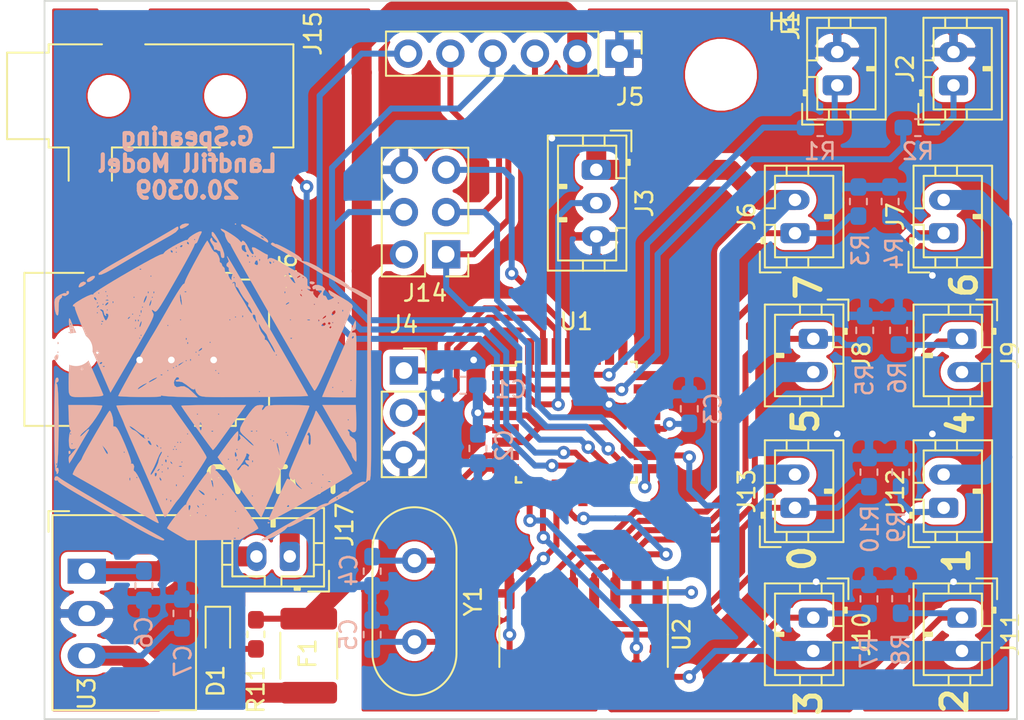
<source format=kicad_pcb>
(kicad_pcb (version 20171130) (host pcbnew 5.1.5-52549c5~84~ubuntu18.04.1)
  (layers (0 F.Cu signal) (31 B.Cu signal) (34 B.Paste user) (35 F.Paste user) (36 B.SilkS user) (37 F.SilkS user) (38 B.Mask user) (39 F.Mask user) (44 Edge.Cuts user))
  (net 0 "")
  (net 1 +5V)
  (net 2 "Net-(C3-Pad1)")
  (net 3 "Net-(C4-Pad2)")
  (net 4 "Net-(C5-Pad2)")
  (net 5 +12V)
  (net 6 "Net-(C7-Pad1)")
  (net 7 "Net-(D1-Pad2)")
  (net 8 "Net-(J1-Pad1)")
  (net 9 "Net-(J2-Pad1)")
  (net 10 /RX-)
  (net 11 /RX+)
  (net 12 /CS)
  (net 13 /SCK)
  (net 14 /MOSI)
  (net 15 /MISO)
  (net 16 "Net-(J6-Pad1)")
  (net 17 "Net-(J7-Pad1)")
  (net 18 "Net-(J8-Pad1)")
  (net 19 "Net-(J9-Pad1)")
  (net 20 "Net-(J10-Pad1)")
  (net 21 "Net-(J11-Pad1)")
  (net 22 "Net-(J12-Pad1)")
  (net 23 "Net-(J13-Pad1)")
  (net 24 /RST)
  (net 25 /Audio_Out)
  (net 26 /LED_1)
  (net 27 /LED_2)
  (net 28 /Clock_Pin)
  (net 29 /Data_Pin)
  (net 30 /Enable_Pin)
  (net 31 /Load_Pin)
  (net 32 /LED_STRIP)
  (net 33 GND)
  (net 34 "Net-(J16-Pad1)")
  (module Arcana:arcana_logo (layer B.Cu) (at 109.22 58.42 180)
    (fp_text reference G*** hide)
    (fp_text value LOGO hide)
  )
  (module Connector_PinSocket_2.54mm:PinSocket_1x03_P2.54mm_Vertical (layer F.Cu) (at 120.65 57.785)
    (fp_text reference J4 (at 0 -2.77) (layer F.SilkS))
    (fp_text value Conn_01x03)
    (pad 3 thru_hole oval (at 0 5.08) (size 1.7 1.7) (drill 1) (layers *.Cu *.Mask) (net 33 GND))
    (pad 2 thru_hole oval (at 0 2.54) (size 1.7 1.7) (drill 1) (layers *.Cu *.Mask) (net 11 /RX+))
    (pad 1 thru_hole rect (at 0 0) (size 1.7 1.7) (drill 1) (layers *.Cu *.Mask) (net 10 /RX-))
  )
  (module Connector_JST:JST_PH_B2B-PH-K_1x02_P2.00mm_Vertical (layer F.Cu) (at 113.792 68.961 180)
    (fp_text reference J17 (at -3.302 1.905 90) (layer F.SilkS))
    (fp_text value Conn_01x02)
    (pad 2 thru_hole oval (at 2 0 180) (size 1.2 1.75) (drill 0.75) (layers *.Cu *.Mask) (net 5 +12V))
    (pad 1 thru_hole roundrect (at 0 0 180) (size 1.2 1.75) (drill 0.75) (layers *.Cu *.Mask) (roundrect_rratio 0.208333) (net 34 "Net-(J16-Pad1)"))
  )
  (module Converter_DCDC:Converter_DCDC_RECOM_R-78E-0.5_THT (layer F.Cu) (at 101.6 69.85 270)
    (fp_text reference U3 (at 7.366 0 90) (layer F.SilkS))
    (fp_text value R-78E5.0-1.0)
    (pad 3 thru_hole oval (at 5.08 0 270) (size 1.5 2.3) (drill 1) (layers *.Cu *.Mask) (net 6 "Net-(C7-Pad1)"))
    (pad 2 thru_hole oval (at 2.54 0 270) (size 1.5 2.3) (drill 1) (layers *.Cu *.Mask) (net 33 GND))
    (pad 1 thru_hole rect (at 0 0 270) (size 1.5 2.3) (drill 1) (layers *.Cu *.Mask) (net 5 +12V))
  )
  (module Package_QFP:TQFP-32_7x7mm_P0.8mm (layer F.Cu) (at 131.005 60.89)
    (fp_text reference U1 (at 0 -6.05) (layer F.SilkS))
    (fp_text value ATmega328P-AU)
    (pad 32 smd rect (at -2.8 -4.25 90) (size 1.6 0.55) (layers F.Cu F.Paste F.Mask) (net 26 /LED_1))
    (pad 31 smd rect (at -2 -4.25 90) (size 1.6 0.55) (layers F.Cu F.Paste F.Mask) (net 11 /RX+))
    (pad 30 smd rect (at -1.2 -4.25 90) (size 1.6 0.55) (layers F.Cu F.Paste F.Mask) (net 10 /RX-))
    (pad 29 smd rect (at -0.4 -4.25 90) (size 1.6 0.55) (layers F.Cu F.Paste F.Mask) (net 24 /RST))
    (pad 28 smd rect (at 0.4 -4.25 90) (size 1.6 0.55) (layers F.Cu F.Paste F.Mask))
    (pad 27 smd rect (at 1.2 -4.25 90) (size 1.6 0.55) (layers F.Cu F.Paste F.Mask))
    (pad 26 smd rect (at 2 -4.25 90) (size 1.6 0.55) (layers F.Cu F.Paste F.Mask))
    (pad 25 smd rect (at 2.8 -4.25 90) (size 1.6 0.55) (layers F.Cu F.Paste F.Mask))
    (pad 24 smd rect (at 4.25 -2.8) (size 1.6 0.55) (layers F.Cu F.Paste F.Mask))
    (pad 23 smd rect (at 4.25 -2) (size 1.6 0.55) (layers F.Cu F.Paste F.Mask))
    (pad 22 smd rect (at 4.25 -1.2) (size 1.6 0.55) (layers F.Cu F.Paste F.Mask))
    (pad 21 smd rect (at 4.25 -0.4) (size 1.6 0.55) (layers F.Cu F.Paste F.Mask) (net 33 GND))
    (pad 20 smd rect (at 4.25 0.4) (size 1.6 0.55) (layers F.Cu F.Paste F.Mask) (net 2 "Net-(C3-Pad1)"))
    (pad 19 smd rect (at 4.25 1.2) (size 1.6 0.55) (layers F.Cu F.Paste F.Mask))
    (pad 18 smd rect (at 4.25 2) (size 1.6 0.55) (layers F.Cu F.Paste F.Mask) (net 1 +5V))
    (pad 17 smd rect (at 4.25 2.8) (size 1.6 0.55) (layers F.Cu F.Paste F.Mask) (net 13 /SCK))
    (pad 16 smd rect (at 2.8 4.25 90) (size 1.6 0.55) (layers F.Cu F.Paste F.Mask) (net 15 /MISO))
    (pad 15 smd rect (at 2 4.25 90) (size 1.6 0.55) (layers F.Cu F.Paste F.Mask) (net 14 /MOSI))
    (pad 14 smd rect (at 1.2 4.25 90) (size 1.6 0.55) (layers F.Cu F.Paste F.Mask) (net 12 /CS))
    (pad 13 smd rect (at 0.4 4.25 90) (size 1.6 0.55) (layers F.Cu F.Paste F.Mask) (net 25 /Audio_Out))
    (pad 12 smd rect (at -0.4 4.25 90) (size 1.6 0.55) (layers F.Cu F.Paste F.Mask) (net 28 /Clock_Pin))
    (pad 11 smd rect (at -1.2 4.25 90) (size 1.6 0.55) (layers F.Cu F.Paste F.Mask) (net 29 /Data_Pin))
    (pad 10 smd rect (at -2 4.25 90) (size 1.6 0.55) (layers F.Cu F.Paste F.Mask) (net 30 /Enable_Pin))
    (pad 9 smd rect (at -2.8 4.25 90) (size 1.6 0.55) (layers F.Cu F.Paste F.Mask) (net 31 /Load_Pin))
    (pad 8 smd rect (at -4.25 2.8) (size 1.6 0.55) (layers F.Cu F.Paste F.Mask) (net 4 "Net-(C5-Pad2)"))
    (pad 7 smd rect (at -4.25 2) (size 1.6 0.55) (layers F.Cu F.Paste F.Mask) (net 3 "Net-(C4-Pad2)"))
    (pad 6 smd rect (at -4.25 1.2) (size 1.6 0.55) (layers F.Cu F.Paste F.Mask) (net 1 +5V))
    (pad 5 smd rect (at -4.25 0.4) (size 1.6 0.55) (layers F.Cu F.Paste F.Mask) (net 33 GND))
    (pad 4 smd rect (at -4.25 -0.4) (size 1.6 0.55) (layers F.Cu F.Paste F.Mask) (net 1 +5V))
    (pad 3 smd rect (at -4.25 -1.2) (size 1.6 0.55) (layers F.Cu F.Paste F.Mask) (net 33 GND))
    (pad 2 smd rect (at -4.25 -2) (size 1.6 0.55) (layers F.Cu F.Paste F.Mask) (net 32 /LED_STRIP))
    (pad 1 smd rect (at -4.25 -2.8) (size 1.6 0.55) (layers F.Cu F.Paste F.Mask) (net 27 /LED_2))
  )
  (module Connector_JST:JST_PH_B2B-PH-K_1x02_P2.00mm_Vertical (layer F.Cu) (at 144.145 66.04 90)
    (fp_text reference J13 (at 1 -2.9 90) (layer F.SilkS))
    (fp_text value Conn_01x02)
    (pad 2 thru_hole oval (at 2 0 90) (size 1.2 1.75) (drill 0.75) (layers *.Cu *.Mask) (net 1 +5V))
    (pad 1 thru_hole roundrect (at 0 0 90) (size 1.2 1.75) (drill 0.75) (layers *.Cu *.Mask) (roundrect_rratio 0.208333) (net 23 "Net-(J13-Pad1)"))
  )
  (module Connector_JST:JST_PH_B2B-PH-K_1x02_P2.00mm_Vertical (layer F.Cu) (at 153.078 66.04 90)
    (fp_text reference J12 (at 1 -2.9 90) (layer F.SilkS))
    (fp_text value Conn_01x02)
    (pad 2 thru_hole oval (at 2 0 90) (size 1.2 1.75) (drill 0.75) (layers *.Cu *.Mask) (net 1 +5V))
    (pad 1 thru_hole roundrect (at 0 0 90) (size 1.2 1.75) (drill 0.75) (layers *.Cu *.Mask) (roundrect_rratio 0.208333) (net 22 "Net-(J12-Pad1)"))
  )
  (module Connector_JST:JST_PH_B2B-PH-K_1x02_P2.00mm_Vertical (layer F.Cu) (at 154.178 72.644 270)
    (fp_text reference J11 (at 1 -2.9 90) (layer F.SilkS))
    (fp_text value Conn_01x02)
    (pad 2 thru_hole oval (at 2 0 270) (size 1.2 1.75) (drill 0.75) (layers *.Cu *.Mask) (net 1 +5V))
    (pad 1 thru_hole roundrect (at 0 0 270) (size 1.2 1.75) (drill 0.75) (layers *.Cu *.Mask) (roundrect_rratio 0.208333) (net 21 "Net-(J11-Pad1)"))
  )
  (module Connector_JST:JST_PH_B2B-PH-K_1x02_P2.00mm_Vertical (layer F.Cu) (at 145.245 72.644 270)
    (fp_text reference J10 (at 1 -2.9 90) (layer F.SilkS))
    (fp_text value Conn_01x02)
    (pad 2 thru_hole oval (at 2 0 270) (size 1.2 1.75) (drill 0.75) (layers *.Cu *.Mask) (net 1 +5V))
    (pad 1 thru_hole roundrect (at 0 0 270) (size 1.2 1.75) (drill 0.75) (layers *.Cu *.Mask) (roundrect_rratio 0.208333) (net 20 "Net-(J10-Pad1)"))
  )
  (module Connector_JST:JST_PH_B2B-PH-K_1x02_P2.00mm_Vertical (layer F.Cu) (at 154.178 55.88 270)
    (fp_text reference J9 (at 1 -2.9 90) (layer F.SilkS))
    (fp_text value Conn_01x02)
    (pad 2 thru_hole oval (at 2 0 270) (size 1.2 1.75) (drill 0.75) (layers *.Cu *.Mask) (net 1 +5V))
    (pad 1 thru_hole roundrect (at 0 0 270) (size 1.2 1.75) (drill 0.75) (layers *.Cu *.Mask) (roundrect_rratio 0.208333) (net 19 "Net-(J9-Pad1)"))
  )
  (module Connector_JST:JST_PH_B2B-PH-K_1x02_P2.00mm_Vertical (layer F.Cu) (at 145.245 55.88 270)
    (fp_text reference J8 (at 1 -2.9 90) (layer F.SilkS))
    (fp_text value Conn_01x02)
    (pad 2 thru_hole oval (at 2 0 270) (size 1.2 1.75) (drill 0.75) (layers *.Cu *.Mask) (net 1 +5V))
    (pad 1 thru_hole roundrect (at 0 0 270) (size 1.2 1.75) (drill 0.75) (layers *.Cu *.Mask) (roundrect_rratio 0.208333) (net 18 "Net-(J8-Pad1)"))
  )
  (module Connector_JST:JST_PH_B2B-PH-K_1x02_P2.00mm_Vertical (layer F.Cu) (at 153.078 49.53 90)
    (fp_text reference J7 (at 1 -2.9 90) (layer F.SilkS))
    (fp_text value Conn_01x02)
    (pad 2 thru_hole oval (at 2 0 90) (size 1.2 1.75) (drill 0.75) (layers *.Cu *.Mask) (net 1 +5V))
    (pad 1 thru_hole roundrect (at 0 0 90) (size 1.2 1.75) (drill 0.75) (layers *.Cu *.Mask) (roundrect_rratio 0.208333) (net 17 "Net-(J7-Pad1)"))
  )
  (module Connector_JST:JST_PH_B2B-PH-K_1x02_P2.00mm_Vertical (layer F.Cu) (at 144.145 49.53 90)
    (fp_text reference J6 (at 1 -2.9 90) (layer F.SilkS))
    (fp_text value Conn_01x02)
    (pad 2 thru_hole oval (at 2 0 90) (size 1.2 1.75) (drill 0.75) (layers *.Cu *.Mask) (net 1 +5V))
    (pad 1 thru_hole roundrect (at 0 0 90) (size 1.2 1.75) (drill 0.75) (layers *.Cu *.Mask) (roundrect_rratio 0.208333) (net 16 "Net-(J6-Pad1)"))
  )
  (module Connector_JST:JST_PH_B3B-PH-K_1x03_P2.00mm_Vertical (layer F.Cu) (at 132.207 45.72 270)
    (fp_text reference J3 (at 2 -2.9 90) (layer F.SilkS))
    (fp_text value Conn_01x03)
    (pad 3 thru_hole oval (at 4 0 270) (size 1.2 1.75) (drill 0.75) (layers *.Cu *.Mask) (net 33 GND))
    (pad 2 thru_hole oval (at 2 0 270) (size 1.2 1.75) (drill 0.75) (layers *.Cu *.Mask) (net 32 /LED_STRIP))
    (pad 1 thru_hole roundrect (at 0 0 270) (size 1.2 1.75) (drill 0.75) (layers *.Cu *.Mask) (roundrect_rratio 0.208333) (net 1 +5V))
  )
  (module Connector_JST:JST_PH_B2B-PH-K_1x02_P2.00mm_Vertical (layer F.Cu) (at 153.67 40.64 90)
    (fp_text reference J2 (at 1 -2.9 90) (layer F.SilkS))
    (fp_text value Conn_01x02)
    (pad 2 thru_hole oval (at 2 0 90) (size 1.2 1.75) (drill 0.75) (layers *.Cu *.Mask) (net 33 GND))
    (pad 1 thru_hole roundrect (at 0 0 90) (size 1.2 1.75) (drill 0.75) (layers *.Cu *.Mask) (roundrect_rratio 0.208333) (net 9 "Net-(J2-Pad1)"))
  )
  (module Connector_JST:JST_PH_B2B-PH-K_1x02_P2.00mm_Vertical (layer F.Cu) (at 146.685 40.64 90)
    (fp_text reference J1 (at 3.556 -2.794 90) (layer F.SilkS))
    (fp_text value Conn_01x02)
    (pad 2 thru_hole oval (at 2 0 90) (size 1.2 1.75) (drill 0.75) (layers *.Cu *.Mask) (net 33 GND))
    (pad 1 thru_hole roundrect (at 0 0 90) (size 1.2 1.75) (drill 0.75) (layers *.Cu *.Mask) (roundrect_rratio 0.208333) (net 8 "Net-(J1-Pad1)"))
  )
  (module Connector_Audio:Jack_3.5mm_CUI_SJ-3523-SMT_Horizontal (layer F.Cu) (at 105.41 41.275 90)
    (fp_text reference J15 (at 3.7465 9.779 270) (layer F.SilkS))
    (fp_text value AudioJack2_Ground)
    (pad "" np_thru_hole circle (at 0 4.5 90) (size 1.7 1.7) (drill 1.7) (layers *.Cu *.Mask))
    (pad "" np_thru_hole circle (at 0 -2.5 90) (size 1.7 1.7) (drill 1.7) (layers *.Cu *.Mask))
    (pad T smd rect (at -3.7 5.8 90) (size 2.8 2.8) (layers F.Cu F.Paste F.Mask) (net 25 /Audio_Out))
    (pad G smd rect (at -3.7 -3.6 90) (size 2.8 2.2) (layers F.Cu F.Paste F.Mask) (net 33 GND))
    (pad S smd rect (at 3.7 -1.6 90) (size 2.8 2.2) (layers F.Cu F.Paste F.Mask) (net 25 /Audio_Out))
  )
  (module Crystal:Crystal_HC49-U_Vertical (layer F.Cu) (at 121.285 69.215 270)
    (fp_text reference Y1 (at 2.44 -3.525 90) (layer F.SilkS))
    (fp_text value Crystal)
    (pad 2 thru_hole circle (at 4.88 0 270) (size 1.5 1.5) (drill 0.8) (layers *.Cu *.Mask) (net 4 "Net-(C5-Pad2)"))
    (pad 1 thru_hole circle (at 0 0 270) (size 1.5 1.5) (drill 0.8) (layers *.Cu *.Mask) (net 3 "Net-(C4-Pad2)"))
  )
  (module Package_SO:SOIC-16_3.9x9.9mm_P1.27mm (layer F.Cu) (at 131.445 73.66 270)
    (fp_text reference U2 (at 0 -5.9 90) (layer F.SilkS))
    (fp_text value 74HC165)
    (pad 16 smd roundrect (at 2.475 -4.445 270) (size 1.95 0.6) (layers F.Cu F.Paste F.Mask) (net 1 +5V))
    (pad 15 smd roundrect (at 2.475 -3.175 270) (size 1.95 0.6) (layers F.Cu F.Paste F.Mask) (net 30 /Enable_Pin))
    (pad 14 smd roundrect (at 2.475 -1.905 270) (size 1.95 0.6) (layers F.Cu F.Paste F.Mask) (net 20 "Net-(J10-Pad1)"))
    (pad 13 smd roundrect (at 2.475 -0.635 270) (size 1.95 0.6) (layers F.Cu F.Paste F.Mask) (net 21 "Net-(J11-Pad1)"))
    (pad 12 smd roundrect (at 2.475 0.635 270) (size 1.95 0.6) (layers F.Cu F.Paste F.Mask) (net 22 "Net-(J12-Pad1)"))
    (pad 11 smd roundrect (at 2.475 1.905 270) (size 1.95 0.6) (layers F.Cu F.Paste F.Mask) (net 23 "Net-(J13-Pad1)"))
    (pad 10 smd roundrect (at 2.475 3.175 270) (size 1.95 0.6) (layers F.Cu F.Paste F.Mask))
    (pad 9 smd roundrect (at 2.475 4.445 270) (size 1.95 0.6) (layers F.Cu F.Paste F.Mask) (net 29 /Data_Pin))
    (pad 8 smd roundrect (at -2.475 4.445 270) (size 1.95 0.6) (layers F.Cu F.Paste F.Mask) (net 33 GND))
    (pad 7 smd roundrect (at -2.475 3.175 270) (size 1.95 0.6) (layers F.Cu F.Paste F.Mask))
    (pad 6 smd roundrect (at -2.475 1.905 270) (size 1.95 0.6) (layers F.Cu F.Paste F.Mask) (net 16 "Net-(J6-Pad1)"))
    (pad 5 smd roundrect (at -2.475 0.635 270) (size 1.95 0.6) (layers F.Cu F.Paste F.Mask) (net 17 "Net-(J7-Pad1)"))
    (pad 4 smd roundrect (at -2.475 -0.635 270) (size 1.95 0.6) (layers F.Cu F.Paste F.Mask) (net 18 "Net-(J8-Pad1)"))
    (pad 3 smd roundrect (at -2.475 -1.905 270) (size 1.95 0.6) (layers F.Cu F.Paste F.Mask) (net 19 "Net-(J9-Pad1)"))
    (pad 2 smd roundrect (at -2.475 -3.175 270) (size 1.95 0.6) (layers F.Cu F.Paste F.Mask) (net 28 /Clock_Pin))
    (pad 1 smd roundrect (at -2.475 -4.445 270) (size 1.95 0.6) (layers F.Cu F.Paste F.Mask) (net 31 /Load_Pin))
  )
  (module Resistor_SMD:R_0603_1608Metric_Pad1.05x0.95mm_HandSolder (layer F.Cu) (at 111.76 73.646 90)
    (fp_text reference R11 (at -3.316 0 270) (layer F.SilkS))
    (fp_text value 330)
    (pad 2 smd roundrect (at 0.875 0 90) (size 1.05 0.95) (layers F.Cu F.Paste F.Mask) (net 1 +5V))
    (pad 1 smd roundrect (at -0.875 0 90) (size 1.05 0.95) (layers F.Cu F.Paste F.Mask) (net 7 "Net-(D1-Pad2)"))
  )
  (module Resistor_SMD:R_0603_1608Metric_Pad1.05x0.95mm_HandSolder (layer B.Cu) (at 148.59 63.895 270)
    (fp_text reference R10 (at 3.415 -0.0635 270) (layer B.SilkS) (effects (justify mirror)))
    (fp_text value 10k)
    (pad 2 smd roundrect (at 0.875 0 270) (size 1.05 0.95) (layers B.Cu B.Paste B.Mask) (net 23 "Net-(J13-Pad1)"))
    (pad 1 smd roundrect (at -0.875 0 270) (size 1.05 0.95) (layers B.Cu B.Paste B.Mask) (net 33 GND))
  )
  (module Resistor_SMD:R_0603_1608Metric_Pad1.05x0.95mm_HandSolder (layer B.Cu) (at 150.495 63.895 270)
    (fp_text reference R9 (at 3.288 0.254 270) (layer B.SilkS) (effects (justify mirror)))
    (fp_text value 10k)
    (pad 2 smd roundrect (at 0.875 0 270) (size 1.05 0.95) (layers B.Cu B.Paste B.Mask) (net 22 "Net-(J12-Pad1)"))
    (pad 1 smd roundrect (at -0.875 0 270) (size 1.05 0.95) (layers B.Cu B.Paste B.Mask) (net 33 GND))
  )
  (module Resistor_SMD:R_0603_1608Metric_Pad1.05x0.95mm_HandSolder (layer B.Cu) (at 150.495 71.501 270)
    (fp_text reference R8 (at 3.048 0 270) (layer B.SilkS) (effects (justify mirror)))
    (fp_text value 10k)
    (pad 2 smd roundrect (at 0.875 0 270) (size 1.05 0.95) (layers B.Cu B.Paste B.Mask) (net 21 "Net-(J11-Pad1)"))
    (pad 1 smd roundrect (at -0.875 0 270) (size 1.05 0.95) (layers B.Cu B.Paste B.Mask) (net 33 GND))
  )
  (module Resistor_SMD:R_0603_1608Metric_Pad1.05x0.95mm_HandSolder (layer B.Cu) (at 148.59 71.515 270)
    (fp_text reference R7 (at 3.2245 0 270) (layer B.SilkS) (effects (justify mirror)))
    (fp_text value 10k)
    (pad 2 smd roundrect (at 0.875 0 270) (size 1.05 0.95) (layers B.Cu B.Paste B.Mask) (net 20 "Net-(J10-Pad1)"))
    (pad 1 smd roundrect (at -0.875 0 270) (size 1.05 0.95) (layers B.Cu B.Paste B.Mask) (net 33 GND))
  )
  (module Resistor_SMD:R_0603_1608Metric_Pad1.05x0.95mm_HandSolder (layer B.Cu) (at 150.368 55.372 270)
    (fp_text reference R6 (at 2.8575 0.0635 270) (layer B.SilkS) (effects (justify mirror)))
    (fp_text value 10k)
    (pad 2 smd roundrect (at 0.875 0 270) (size 1.05 0.95) (layers B.Cu B.Paste B.Mask) (net 19 "Net-(J9-Pad1)"))
    (pad 1 smd roundrect (at -0.875 0 270) (size 1.05 0.95) (layers B.Cu B.Paste B.Mask) (net 33 GND))
  )
  (module Resistor_SMD:R_0603_1608Metric_Pad1.05x0.95mm_HandSolder (layer B.Cu) (at 148.336 55.372 270)
    (fp_text reference R5 (at 2.9845 0 270) (layer B.SilkS) (effects (justify mirror)))
    (fp_text value 10k)
    (pad 2 smd roundrect (at 0.875 0 270) (size 1.05 0.95) (layers B.Cu B.Paste B.Mask) (net 18 "Net-(J8-Pad1)"))
    (pad 1 smd roundrect (at -0.875 0 270) (size 1.05 0.95) (layers B.Cu B.Paste B.Mask) (net 33 GND))
  )
  (module Resistor_SMD:R_0603_1608Metric_Pad1.05x0.95mm_HandSolder (layer B.Cu) (at 149.86 47.625 270)
    (fp_text reference R4 (at 3.1115 -0.254 270) (layer B.SilkS) (effects (justify mirror)))
    (fp_text value 10k)
    (pad 2 smd roundrect (at 0.875 0 270) (size 1.05 0.95) (layers B.Cu B.Paste B.Mask) (net 17 "Net-(J7-Pad1)"))
    (pad 1 smd roundrect (at -0.875 0 270) (size 1.05 0.95) (layers B.Cu B.Paste B.Mask) (net 33 GND))
  )
  (module Resistor_SMD:R_0603_1608Metric_Pad1.05x0.95mm_HandSolder (layer B.Cu) (at 147.955 47.625 270)
    (fp_text reference R3 (at 2.921 -0.127 270) (layer B.SilkS) (effects (justify mirror)))
    (fp_text value 10k)
    (pad 2 smd roundrect (at 0.875 0 270) (size 1.05 0.95) (layers B.Cu B.Paste B.Mask) (net 16 "Net-(J6-Pad1)"))
    (pad 1 smd roundrect (at -0.875 0 270) (size 1.05 0.95) (layers B.Cu B.Paste B.Mask) (net 33 GND))
  )
  (module Resistor_SMD:R_0603_1608Metric_Pad1.05x0.95mm_HandSolder (layer B.Cu) (at 151.525 43.18)
    (fp_text reference R2 (at 0 1.43 180) (layer B.SilkS) (effects (justify mirror)))
    (fp_text value 330)
    (pad 2 smd roundrect (at 0.875 0) (size 1.05 0.95) (layers B.Cu B.Paste B.Mask) (net 9 "Net-(J2-Pad1)"))
    (pad 1 smd roundrect (at -0.875 0) (size 1.05 0.95) (layers B.Cu B.Paste B.Mask) (net 27 /LED_2))
  )
  (module Resistor_SMD:R_0603_1608Metric_Pad1.05x0.95mm_HandSolder (layer B.Cu) (at 145.655 43.18)
    (fp_text reference R1 (at 0 1.43) (layer B.SilkS) (effects (justify mirror)))
    (fp_text value 330)
    (pad 2 smd roundrect (at 0.875 0) (size 1.05 0.95) (layers B.Cu B.Paste B.Mask) (net 8 "Net-(J1-Pad1)"))
    (pad 1 smd roundrect (at -0.875 0) (size 1.05 0.95) (layers B.Cu B.Paste B.Mask) (net 26 /LED_1))
  )
  (module Connector_BarrelJack:BarrelJack_CUI_PJ-036AH-SMT_Horizontal (layer F.Cu) (at 107.95 56.515 270)
    (fp_text reference J16 (at -4.5 -5.75 90) (layer F.SilkS))
    (fp_text value Barrel_Jack_Switch)
    (pad "" np_thru_hole circle (at 0 7 270) (size 2 2) (drill 2) (layers *.Cu *.Mask))
    (pad 3 smd rect (at 6.45 3.2 270) (size 3.9 6.2) (layers F.Cu F.Paste F.Mask) (net 33 GND))
    (pad 2 smd rect (at -6.45 3.2 270) (size 3.9 6.2) (layers F.Cu F.Paste F.Mask) (net 33 GND))
    (pad 1 smd rect (at 0.7 -5.8 270) (size 3.3 4.4) (layers F.Cu F.Paste F.Mask) (net 34 "Net-(J16-Pad1)"))
  )
  (module Connector_PinHeader_2.54mm:PinHeader_2x03_P2.54mm_Vertical (layer F.Cu) (at 123.19 50.8 180)
    (fp_text reference J14 (at 1.27 -2.33) (layer F.SilkS))
    (fp_text value Conn_02x03_Odd_Even)
    (pad 6 thru_hole oval (at 2.54 5.08 180) (size 1.7 1.7) (drill 1) (layers *.Cu *.Mask) (net 33 GND))
    (pad 5 thru_hole oval (at 0 5.08 180) (size 1.7 1.7) (drill 1) (layers *.Cu *.Mask) (net 24 /RST))
    (pad 4 thru_hole oval (at 2.54 2.54 180) (size 1.7 1.7) (drill 1) (layers *.Cu *.Mask) (net 14 /MOSI))
    (pad 3 thru_hole oval (at 0 2.54 180) (size 1.7 1.7) (drill 1) (layers *.Cu *.Mask) (net 13 /SCK))
    (pad 2 thru_hole oval (at 2.54 0 180) (size 1.7 1.7) (drill 1) (layers *.Cu *.Mask) (net 1 +5V))
    (pad 1 thru_hole rect (at 0 0 180) (size 1.7 1.7) (drill 1) (layers *.Cu *.Mask) (net 15 /MISO))
  )
  (module Connector_PinHeader_2.54mm:PinHeader_1x06_P2.54mm_Vertical (layer F.Cu) (at 133.604 38.735 270)
    (fp_text reference J5 (at 2.6035 -0.635 180) (layer F.SilkS))
    (fp_text value Conn_01x06)
    (pad 6 thru_hole oval (at 0 12.7 270) (size 1.7 1.7) (drill 1) (layers *.Cu *.Mask) (net 12 /CS))
    (pad 5 thru_hole oval (at 0 10.16 270) (size 1.7 1.7) (drill 1) (layers *.Cu *.Mask) (net 13 /SCK))
    (pad 4 thru_hole oval (at 0 7.62 270) (size 1.7 1.7) (drill 1) (layers *.Cu *.Mask) (net 14 /MOSI))
    (pad 3 thru_hole oval (at 0 5.08 270) (size 1.7 1.7) (drill 1) (layers *.Cu *.Mask) (net 15 /MISO))
    (pad 2 thru_hole oval (at 0 2.54 270) (size 1.7 1.7) (drill 1) (layers *.Cu *.Mask) (net 1 +5V))
    (pad 1 thru_hole rect (at 0 0 270) (size 1.7 1.7) (drill 1) (layers *.Cu *.Mask) (net 33 GND))
  )
  (module MountingHole:MountingHole_3.5mm (layer F.Cu) (at 139.7 40.005)
    (fp_text reference H1 (at 3.81 -3.175) (layer F.SilkS))
    (fp_text value "Hole for M3.5 Screw")
    (pad 1 np_thru_hole circle (at 0 0) (size 3.5 3.5) (drill 3.5) (layers *.Cu *.Mask))
  )
  (module Fuse:Fuse_1812_4532Metric_Pad1.30x3.40mm_HandSolder (layer F.Cu) (at 114.935 74.93 270)
    (fp_text reference F1 (at -0.127 0.0635 90) (layer F.SilkS))
    (fp_text value 1812L110/24)
    (pad 2 smd roundrect (at 2.225 0 270) (size 1.3 3.4) (layers F.Cu F.Paste F.Mask) (roundrect_rratio 0.192308) (net 6 "Net-(C7-Pad1)"))
    (pad 1 smd roundrect (at -2.225 0 270) (size 1.3 3.4) (layers F.Cu F.Paste F.Mask) (roundrect_rratio 0.192308) (net 1 +5V))
  )
  (module LED_SMD:LED_0603_1608Metric_Pad1.05x0.95mm_HandSolder (layer F.Cu) (at 109.474 73.646 270)
    (fp_text reference D1 (at 2.808 0.127 90) (layer F.SilkS))
    (fp_text value LED)
    (pad 2 smd roundrect (at 0.875 0 270) (size 1.05 0.95) (layers F.Cu F.Paste F.Mask) (net 7 "Net-(D1-Pad2)"))
    (pad 1 smd roundrect (at -0.875 0 270) (size 1.05 0.95) (layers F.Cu F.Paste F.Mask) (net 33 GND))
  )
  (module Capacitor_SMD:C_0603_1608Metric_Pad1.05x0.95mm_HandSolder (layer B.Cu) (at 107.315 72.39 90)
    (fp_text reference C7 (at -2.8575 0.0635 90) (layer B.SilkS) (effects (justify mirror)))
    (fp_text value 10u)
    (pad 2 smd roundrect (at 0.875 0 90) (size 1.05 0.95) (layers B.Cu B.Paste B.Mask) (net 33 GND))
    (pad 1 smd roundrect (at -0.875 0 90) (size 1.05 0.95) (layers B.Cu B.Paste B.Mask) (net 6 "Net-(C7-Pad1)"))
  )
  (module Capacitor_SMD:C_0603_1608Metric_Pad1.05x0.95mm_HandSolder (layer B.Cu) (at 105.029 70.725 270)
    (fp_text reference C6 (at 2.808 0 90) (layer B.SilkS) (effects (justify mirror)))
    (fp_text value 1u)
    (pad 2 smd roundrect (at 0.875 0 270) (size 1.05 0.95) (layers B.Cu B.Paste B.Mask) (net 33 GND))
    (pad 1 smd roundrect (at -0.875 0 270) (size 1.05 0.95) (layers B.Cu B.Paste B.Mask) (net 5 +12V))
  )
  (module Capacitor_SMD:C_0603_1608Metric_Pad1.05x0.95mm_HandSolder (layer B.Cu) (at 118.745 73.66 270)
    (fp_text reference C5 (at 0 1.43 90) (layer B.SilkS) (effects (justify mirror)))
    (fp_text value 22pF)
    (pad 2 smd roundrect (at 0.875 0 270) (size 1.05 0.95) (layers B.Cu B.Paste B.Mask) (net 4 "Net-(C5-Pad2)"))
    (pad 1 smd roundrect (at -0.875 0 270) (size 1.05 0.95) (layers B.Cu B.Paste B.Mask) (net 33 GND))
  )
  (module Capacitor_SMD:C_0603_1608Metric_Pad1.05x0.95mm_HandSolder (layer B.Cu) (at 118.745 69.85 90)
    (fp_text reference C4 (at 0.0635 -1.397 90) (layer B.SilkS) (effects (justify mirror)))
    (fp_text value 22pF)
    (pad 2 smd roundrect (at 0.875 0 90) (size 1.05 0.95) (layers B.Cu B.Paste B.Mask) (net 3 "Net-(C4-Pad2)"))
    (pad 1 smd roundrect (at -0.875 0 90) (size 1.05 0.95) (layers B.Cu B.Paste B.Mask) (net 33 GND))
  )
  (module Capacitor_SMD:C_0603_1608Metric_Pad1.05x0.95mm_HandSolder (layer B.Cu) (at 137.795 60.085 90)
    (fp_text reference C3 (at 0 1.43 90) (layer B.SilkS) (effects (justify mirror)))
    (fp_text value .1u)
    (pad 2 smd roundrect (at 0.875 0 90) (size 1.05 0.95) (layers B.Cu B.Paste B.Mask) (net 33 GND))
    (pad 1 smd roundrect (at -0.875 0 90) (size 1.05 0.95) (layers B.Cu B.Paste B.Mask) (net 2 "Net-(C3-Pad1)"))
  )
  (module Capacitor_SMD:C_0603_1608Metric_Pad1.05x0.95mm_HandSolder (layer B.Cu) (at 125.095 62.47 90)
    (fp_text reference C2 (at 0.1765 1.5875 270) (layer B.SilkS) (effects (justify mirror)))
    (fp_text value .1u)
    (pad 2 smd roundrect (at 0.875 0 90) (size 1.05 0.95) (layers B.Cu B.Paste B.Mask) (net 1 +5V))
    (pad 1 smd roundrect (at -0.875 0 90) (size 1.05 0.95) (layers B.Cu B.Paste B.Mask) (net 33 GND))
  )
  (module Capacitor_SMD:C_0603_1608Metric_Pad1.05x0.95mm_HandSolder (layer B.Cu) (at 124.206 58.674)
    (fp_text reference C1 (at 2.8575 0.254) (layer B.SilkS) (effects (justify mirror)))
    (fp_text value .1u)
    (pad 2 smd roundrect (at 0.875 0) (size 1.05 0.95) (layers B.Cu B.Paste B.Mask) (net 1 +5V))
    (pad 1 smd roundrect (at -0.875 0) (size 1.05 0.95) (layers B.Cu B.Paste B.Mask) (net 33 GND))
  )
  (gr_line (start 157.48 35.56) (end 157.48 78.74) (layer Edge.Cuts) (width 0.1))
  (gr_line (start 99.06 35.56) (end 157.48 35.56) (layer Edge.Cuts) (width 0.1))
  (gr_line (start 99.06 78.74) (end 99.06 35.56) (layer Edge.Cuts) (width 0.1))
  (gr_line (start 157.48 78.74) (end 99.06 78.74) (layer Edge.Cuts) (width 0.1))
  (gr_text SWITCH (at 112.7125 64.389) (layer F.SilkS) (effects (font (size 1.5 1.5) (thickness 0.3))))
  (gr_text "3\n" (at 144.9705 77.7875 90) (layer F.SilkS) (effects (font (size 1.5 1.5) (thickness 0.3))))
  (gr_text 2 (at 153.7335 77.6605 90) (layer F.SilkS) (effects (font (size 1.5 1.5) (thickness 0.3))))
  (gr_text 0 (at 144.5895 69.088 90) (layer F.SilkS) (effects (font (size 1.5 1.5) (thickness 0.3))))
  (gr_text 1 (at 153.8605 69.215 90) (layer F.SilkS) (effects (font (size 1.5 1.5) (thickness 0.3))))
  (gr_text 5 (at 144.78 60.833 90) (layer F.SilkS) (effects (font (size 1.5 1.5) (thickness 0.3))))
  (gr_text "4\n" (at 154.1145 60.96 90) (layer F.SilkS) (effects (font (size 1.5 1.5) (thickness 0.3))))
  (gr_text 7 (at 144.9705 52.7685 90) (layer F.SilkS) (effects (font (size 1.5 1.5) (thickness 0.3))))
  (gr_text 6 (at 154.305 52.6415 90) (layer F.SilkS) (effects (font (size 1.5 1.5) (thickness 0.3))))
  (gr_text "G.Spearing\nLandfill Model\n20.0309" (at 107.6325 45.339) (layer B.SilkS) (effects (font (size 1 1) (thickness 0.25)) (justify mirror)))
  (via (at 125.095 60.325) (size 0.8) (drill 0.4) (layers F.Cu B.Cu) (net 1))
  (segment (start 125.095 61.595) (end 125.095 60.325) (width 0.6125) (layer B.Cu) (net 1))
  (segment (start 125.26 60.49) (end 125.095 60.325) (width 0.36) (layer F.Cu) (net 1))
  (segment (start 126.755 60.49) (end 125.26 60.49) (width 0.36) (layer F.Cu) (net 1))
  (segment (start 125.095 58.914) (end 124.968 58.787) (width 0.6125) (layer B.Cu) (net 1))
  (segment (start 125.095 60.325) (end 125.095 58.914) (width 0.6125) (layer B.Cu) (net 1))
  (segment (start 118.120001 69.519999) (end 118.120001 51.805999) (width 1.2) (layer F.Cu) (net 1))
  (segment (start 114.935 72.705) (end 118.120001 69.519999) (width 1.2) (layer F.Cu) (net 1))
  (segment (start 119.126 50.8) (end 120.65 50.8) (width 1.2) (layer F.Cu) (net 1))
  (segment (start 118.120001 51.805999) (end 119.126 50.8) (width 1.2) (layer F.Cu) (net 1))
  (segment (start 126.755 60.49) (end 128.054 60.49) (width 0.36) (layer F.Cu) (net 1))
  (segment (start 134.264 62.89) (end 135.255 62.89) (width 0.36) (layer F.Cu) (net 1))
  (segment (start 128.769001 61.205001) (end 132.938578 61.205001) (width 0.36) (layer F.Cu) (net 1))
  (segment (start 133.858 62.124423) (end 133.858 62.484) (width 0.36) (layer F.Cu) (net 1))
  (segment (start 132.938578 61.205001) (end 133.858 62.124423) (width 0.36) (layer F.Cu) (net 1))
  (segment (start 128.054 60.49) (end 128.769001 61.205001) (width 0.36) (layer F.Cu) (net 1))
  (segment (start 133.858 62.484) (end 134.264 62.89) (width 0.36) (layer F.Cu) (net 1))
  (segment (start 127.884002 62.09) (end 128.769001 61.205001) (width 0.36) (layer F.Cu) (net 1))
  (segment (start 126.755 62.09) (end 127.884002 62.09) (width 0.36) (layer F.Cu) (net 1))
  (segment (start 131.064 36.957) (end 131.064 38.735) (width 1.2) (layer F.Cu) (net 1))
  (segment (start 118.120001 39.867999) (end 118.11 39.857998) (width 1.2) (layer F.Cu) (net 1))
  (segment (start 130.302 36.195) (end 131.064 36.957) (width 1.2) (layer F.Cu) (net 1))
  (segment (start 118.120001 51.805999) (end 118.120001 39.867999) (width 1.2) (layer F.Cu) (net 1))
  (segment (start 118.11 39.857998) (end 118.11 38.1) (width 1.2) (layer F.Cu) (net 1))
  (segment (start 118.11 38.1) (end 120.015 36.195) (width 1.2) (layer F.Cu) (net 1))
  (segment (start 120.015 36.195) (end 130.302 36.195) (width 1.2) (layer F.Cu) (net 1))
  (segment (start 131.064 38.735) (end 131.064 41.275) (width 1.2) (layer F.Cu) (net 1))
  (segment (start 132.207 42.418) (end 132.207 45.72) (width 1.2) (layer F.Cu) (net 1))
  (segment (start 131.064 41.275) (end 132.207 42.418) (width 1.2) (layer F.Cu) (net 1))
  (segment (start 143.17 74.644) (end 140.208 71.682) (width 1.2) (layer B.Cu) (net 1))
  (segment (start 145.245 74.644) (end 143.17 74.644) (width 1.2) (layer B.Cu) (net 1))
  (segment (start 140.208 65.902) (end 140.208 71.682) (width 1.2) (layer B.Cu) (net 1))
  (segment (start 144.145 64.04) (end 142.07 64.04) (width 1.2) (layer B.Cu) (net 1))
  (segment (start 142.07 64.04) (end 140.208 65.902) (width 1.2) (layer B.Cu) (net 1))
  (segment (start 140.208 60.842) (end 140.208 65.902) (width 1.2) (layer B.Cu) (net 1))
  (segment (start 145.245 57.88) (end 143.17 57.88) (width 1.2) (layer B.Cu) (net 1))
  (segment (start 140.208 50.865638) (end 140.208 60.706) (width 1.2) (layer B.Cu) (net 1))
  (segment (start 143.543638 47.53) (end 140.208 50.865638) (width 1.2) (layer B.Cu) (net 1))
  (segment (start 144.145 47.53) (end 143.543638 47.53) (width 1.2) (layer B.Cu) (net 1))
  (segment (start 143.17 57.88) (end 140.208 60.706) (width 1.2) (layer B.Cu) (net 1))
  (segment (start 140.208 60.706) (end 140.208 60.842) (width 1.2) (layer B.Cu) (net 1))
  (segment (start 155.153 47.53) (end 156.591 48.968) (width 1.2) (layer B.Cu) (net 1))
  (segment (start 153.078 47.53) (end 155.153 47.53) (width 1.2) (layer B.Cu) (net 1))
  (segment (start 154.178 57.88) (end 155.607 57.88) (width 1.2) (layer B.Cu) (net 1))
  (segment (start 156.591 56.896) (end 156.591 48.968) (width 1.2) (layer B.Cu) (net 1))
  (segment (start 155.607 57.88) (end 156.591 56.896) (width 1.2) (layer B.Cu) (net 1))
  (segment (start 156.591 56.896) (end 156.591 62.992) (width 1.2) (layer B.Cu) (net 1))
  (segment (start 155.543 64.04) (end 153.078 64.04) (width 1.2) (layer B.Cu) (net 1))
  (segment (start 156.591 62.992) (end 155.543 64.04) (width 1.2) (layer B.Cu) (net 1))
  (segment (start 154.178 74.644) (end 155.48 74.644) (width 1.2) (layer B.Cu) (net 1))
  (segment (start 156.591 73.533) (end 156.591 62.992) (width 1.2) (layer B.Cu) (net 1))
  (segment (start 155.48 74.644) (end 156.591 73.533) (width 1.2) (layer B.Cu) (net 1))
  (segment (start 154.178 74.644) (end 145.245 74.644) (width 1.2) (layer B.Cu) (net 1))
  (via (at 137.795 76.2) (size 0.8) (drill 0.4) (layers F.Cu B.Cu) (net 1))
  (segment (start 145.245 74.644) (end 139.351 74.644) (width 0.36) (layer B.Cu) (net 1))
  (segment (start 139.351 74.644) (end 137.795 76.2) (width 0.36) (layer B.Cu) (net 1))
  (segment (start 135.955 76.2) (end 135.89 76.135) (width 0.36) (layer F.Cu) (net 1))
  (segment (start 137.795 76.2) (end 135.955 76.2) (width 0.36) (layer F.Cu) (net 1))
  (segment (start 133.082 45.72) (end 132.207 45.72) (width 1.2) (layer F.Cu) (net 1))
  (segment (start 140.26 45.72) (end 133.082 45.72) (width 1.2) (layer F.Cu) (net 1))
  (segment (start 144.145 47.53) (end 142.07 47.53) (width 1.2) (layer F.Cu) (net 1))
  (segment (start 142.07 47.53) (end 140.26 45.72) (width 1.2) (layer F.Cu) (net 1))
  (segment (start 140.208 65.902) (end 138.8 65.902) (width 0.36) (layer B.Cu) (net 1))
  (via (at 137.795 62.992) (size 0.8) (drill 0.4) (layers F.Cu B.Cu) (net 1))
  (segment (start 138.8 65.902) (end 137.795 64.897) (width 0.36) (layer B.Cu) (net 1))
  (segment (start 137.795 64.897) (end 137.795 62.992) (width 0.36) (layer B.Cu) (net 1))
  (segment (start 137.693 62.89) (end 135.255 62.89) (width 0.36) (layer F.Cu) (net 1))
  (segment (start 137.795 62.992) (end 137.693 62.89) (width 0.36) (layer F.Cu) (net 1))
  (segment (start 111.826 72.705) (end 111.76 72.771) (width 0.36) (layer F.Cu) (net 1))
  (segment (start 114.935 72.705) (end 111.826 72.705) (width 0.36) (layer F.Cu) (net 1))
  (via (at 136.609196 60.994932) (size 0.8) (drill 0.4) (layers F.Cu B.Cu) (net 2))
  (segment (start 135.255 61.29) (end 136.314128 61.29) (width 0.36) (layer F.Cu) (net 2))
  (segment (start 136.314128 61.29) (end 136.609196 60.994932) (width 0.36) (layer F.Cu) (net 2))
  (segment (start 137.760068 60.994932) (end 137.795 60.96) (width 0.36) (layer B.Cu) (net 2))
  (segment (start 136.609196 60.994932) (end 137.760068 60.994932) (width 0.36) (layer B.Cu) (net 2))
  (segment (start 125.595 62.89) (end 123.19 65.295) (width 0.36) (layer F.Cu) (net 3))
  (segment (start 126.755 62.89) (end 125.595 62.89) (width 0.36) (layer F.Cu) (net 3))
  (segment (start 123.19 65.295) (end 123.19 68.58) (width 0.36) (layer F.Cu) (net 3))
  (segment (start 122.555 69.215) (end 121.285 69.215) (width 0.36) (layer F.Cu) (net 3))
  (segment (start 123.19 68.58) (end 122.555 69.215) (width 0.36) (layer F.Cu) (net 3))
  (segment (start 118.985 69.215) (end 118.745 68.975) (width 0.36) (layer B.Cu) (net 3))
  (segment (start 121.285 69.215) (end 118.985 69.215) (width 0.36) (layer B.Cu) (net 3))
  (segment (start 125.595 63.69) (end 123.825 65.46) (width 0.36) (layer F.Cu) (net 4))
  (segment (start 126.755 63.69) (end 125.595 63.69) (width 0.36) (layer F.Cu) (net 4))
  (segment (start 123.825 65.46) (end 123.825 73.025) (width 0.36) (layer F.Cu) (net 4))
  (segment (start 122.755 74.095) (end 121.285 74.095) (width 0.36) (layer F.Cu) (net 4))
  (segment (start 123.825 73.025) (end 122.755 74.095) (width 0.36) (layer F.Cu) (net 4))
  (segment (start 119.185 74.095) (end 118.745 74.535) (width 0.36) (layer B.Cu) (net 4))
  (segment (start 121.285 74.095) (end 119.185 74.095) (width 0.36) (layer B.Cu) (net 4))
  (segment (start 101.6 69.85) (end 106.045 69.85) (width 1.2) (layer F.Cu) (net 5))
  (segment (start 106.934 68.961) (end 111.792 68.961) (width 1.2) (layer F.Cu) (net 5))
  (segment (start 106.045 69.85) (end 106.934 68.961) (width 1.2) (layer F.Cu) (net 5))
  (segment (start 104.013 69.85) (end 101.6 69.85) (width 0.36) (layer B.Cu) (net 5))
  (segment (start 104.013 69.85) (end 105.029 69.85) (width 0.36) (layer B.Cu) (net 5))
  (segment (start 103.95 74.93) (end 106.299 77.089) (width 1.2) (layer F.Cu) (net 6))
  (segment (start 101.6 74.93) (end 103.95 74.93) (width 1.2) (layer F.Cu) (net 6))
  (segment (start 106.365 77.155) (end 114.935 77.155) (width 1.2) (layer F.Cu) (net 6))
  (segment (start 106.299 77.089) (end 106.365 77.155) (width 1.2) (layer F.Cu) (net 6))
  (segment (start 107.315 73.265) (end 106.567 73.265) (width 0.36) (layer B.Cu) (net 6))
  (segment (start 104.902 74.93) (end 101.6 74.93) (width 0.36) (layer B.Cu) (net 6))
  (segment (start 106.567 73.265) (end 104.902 74.93) (width 0.36) (layer B.Cu) (net 6))
  (segment (start 111.76 74.521) (end 109.474 74.521) (width 0.36) (layer F.Cu) (net 7))
  (segment (start 146.53 40.795) (end 146.685 40.64) (width 0.36) (layer B.Cu) (net 8))
  (segment (start 146.53 43.18) (end 146.53 40.795) (width 0.36) (layer B.Cu) (net 8))
  (segment (start 152.4 43.18) (end 153.035 43.18) (width 0.36) (layer B.Cu) (net 9))
  (segment (start 153.67 42.545) (end 153.67 40.64) (width 0.36) (layer B.Cu) (net 9))
  (segment (start 153.035 43.18) (end 153.67 42.545) (width 0.36) (layer B.Cu) (net 9))
  (segment (start 125.498037 54.04999) (end 123.26499 56.283037) (width 0.36) (layer F.Cu) (net 10))
  (segment (start 128.501963 54.04999) (end 125.498037 54.04999) (width 0.36) (layer F.Cu) (net 10))
  (segment (start 129.805 56.64) (end 129.805 55.353028) (width 0.36) (layer F.Cu) (net 10))
  (segment (start 129.805 55.353028) (end 128.501963 54.04999) (width 0.36) (layer F.Cu) (net 10))
  (segment (start 123.26499 56.283037) (end 123.26499 57.20201) (width 0.36) (layer F.Cu) (net 10))
  (segment (start 122.682 57.785) (end 120.65 57.785) (width 0.36) (layer F.Cu) (net 10))
  (segment (start 123.26499 57.20201) (end 122.682 57.785) (width 0.36) (layer F.Cu) (net 10))
  (segment (start 129.005 56.64) (end 129.005 55.345) (width 0.36) (layer F.Cu) (net 11))
  (segment (start 129.005 55.345) (end 128.27 54.61) (width 0.36) (layer F.Cu) (net 11))
  (segment (start 128.27 54.61) (end 125.73 54.61) (width 0.36) (layer F.Cu) (net 11))
  (segment (start 125.73 54.61) (end 123.825 56.515) (width 0.36) (layer F.Cu) (net 11))
  (segment (start 123.825 56.515) (end 123.825 58.928) (width 0.36) (layer F.Cu) (net 11))
  (segment (start 122.428 60.325) (end 120.65 60.325) (width 0.36) (layer F.Cu) (net 11))
  (segment (start 123.825 58.928) (end 122.428 60.325) (width 0.36) (layer F.Cu) (net 11))
  (via (at 130.247108 62.72) (size 0.8) (drill 0.4) (layers F.Cu B.Cu) (net 12))
  (segment (start 130.945 62.72) (end 130.247108 62.72) (width 0.36) (layer F.Cu) (net 12))
  (segment (start 132.205 65.14) (end 132.205 63.98) (width 0.36) (layer F.Cu) (net 12))
  (segment (start 132.205 63.98) (end 130.945 62.72) (width 0.36) (layer F.Cu) (net 12))
  (segment (start 115.588001 41.256999) (end 118.11 38.735) (width 0.36) (layer B.Cu) (net 12))
  (segment (start 118.11 38.735) (end 120.904 38.735) (width 0.36) (layer B.Cu) (net 12))
  (segment (start 128.535972 62.72) (end 126.79801 60.982038) (width 0.36) (layer B.Cu) (net 12))
  (segment (start 130.247108 62.72) (end 128.535972 62.72) (width 0.36) (layer B.Cu) (net 12))
  (segment (start 115.588001 52.850001) (end 115.588001 41.256999) (width 0.36) (layer B.Cu) (net 12))
  (segment (start 126.79801 60.982038) (end 126.79801 56.676743) (width 0.36) (layer B.Cu) (net 12))
  (segment (start 126.79801 56.676743) (end 125.441257 55.31999) (width 0.36) (layer B.Cu) (net 12))
  (segment (start 125.441257 55.31999) (end 118.05799 55.31999) (width 0.36) (layer B.Cu) (net 12))
  (segment (start 118.05799 55.31999) (end 115.588001 52.850001) (width 0.36) (layer B.Cu) (net 12))
  (via (at 135.128 64.77) (size 0.8) (drill 0.4) (layers F.Cu B.Cu) (net 13))
  (segment (start 135.255 63.69) (end 135.255 64.643) (width 0.36) (layer F.Cu) (net 13))
  (segment (start 135.255 64.643) (end 135.128 64.77) (width 0.36) (layer F.Cu) (net 13))
  (segment (start 135.128 64.77) (end 135.128 63.246) (width 0.36) (layer B.Cu) (net 13))
  (segment (start 135.128 63.246) (end 132.481989 60.599989) (width 0.36) (layer B.Cu) (net 13))
  (segment (start 132.481989 60.599989) (end 129.452559 60.599989) (width 0.36) (layer B.Cu) (net 13))
  (segment (start 128.700022 55.996077) (end 126.245935 53.54199) (width 0.36) (layer B.Cu) (net 13))
  (segment (start 129.452559 60.599989) (end 128.700022 59.847452) (width 0.36) (layer B.Cu) (net 13))
  (segment (start 128.700022 59.847452) (end 128.700022 55.996077) (width 0.36) (layer B.Cu) (net 13))
  (segment (start 126.245935 53.54199) (end 126.245935 49.029935) (width 0.36) (layer B.Cu) (net 13))
  (segment (start 125.476 48.26) (end 123.19 48.26) (width 0.36) (layer B.Cu) (net 13))
  (segment (start 126.245935 49.029935) (end 126.238 49.022) (width 0.36) (layer B.Cu) (net 13))
  (segment (start 126.238 49.022) (end 125.476 48.26) (width 0.36) (layer B.Cu) (net 13))
  (segment (start 123.444 38.735) (end 123.825 38.735) (width 0.36) (layer B.Cu) (net 13))
  (segment (start 126.365 47.371) (end 125.476 48.26) (width 0.36) (layer F.Cu) (net 13))
  (segment (start 126.365 44.958) (end 126.365 47.371) (width 0.36) (layer F.Cu) (net 13))
  (segment (start 123.444 38.735) (end 123.444 42.037) (width 0.36) (layer F.Cu) (net 13))
  (segment (start 125.476 48.26) (end 123.19 48.26) (width 0.36) (layer F.Cu) (net 13))
  (segment (start 123.444 42.037) (end 126.365 44.958) (width 0.36) (layer F.Cu) (net 13))
  (via (at 131.72416 62.396073) (size 0.8) (drill 0.4) (layers F.Cu B.Cu) (net 14))
  (segment (start 133.005 65.14) (end 133.005 63.676913) (width 0.36) (layer F.Cu) (net 14))
  (segment (start 133.005 63.676913) (end 131.72416 62.396073) (width 0.36) (layer F.Cu) (net 14))
  (segment (start 131.268086 61.939999) (end 128.814001 61.939999) (width 0.36) (layer B.Cu) (net 14))
  (segment (start 131.72416 62.396073) (end 131.268086 61.939999) (width 0.36) (layer B.Cu) (net 14))
  (segment (start 128.814001 61.939999) (end 127.580002 60.706) (width 0.36) (layer B.Cu) (net 14))
  (segment (start 127.580002 60.706) (end 127.580002 56.460002) (width 0.36) (layer B.Cu) (net 14))
  (segment (start 127.580002 56.460002) (end 125.87998 54.75998) (width 0.36) (layer B.Cu) (net 14))
  (segment (start 118.51398 54.75998) (end 116.332 52.578) (width 0.36) (layer B.Cu) (net 14))
  (segment (start 125.87998 54.75998) (end 118.51398 54.75998) (width 0.36) (layer B.Cu) (net 14))
  (segment (start 116.332 52.578) (end 116.332 49.276) (width 0.36) (layer B.Cu) (net 14))
  (segment (start 117.348 48.26) (end 120.65 48.26) (width 0.36) (layer B.Cu) (net 14))
  (segment (start 116.332 49.276) (end 117.348 48.26) (width 0.36) (layer B.Cu) (net 14))
  (segment (start 125.984 38.735) (end 125.984 40.005) (width 0.36) (layer B.Cu) (net 14))
  (segment (start 125.984 40.005) (end 123.952 42.037) (width 0.36) (layer B.Cu) (net 14))
  (segment (start 123.952 42.037) (end 119.888 42.037) (width 0.36) (layer B.Cu) (net 14))
  (segment (start 116.332 45.593) (end 116.332 49.276) (width 0.36) (layer B.Cu) (net 14))
  (segment (start 119.888 42.037) (end 116.332 45.593) (width 0.36) (layer B.Cu) (net 14))
  (segment (start 128.140012 56.22804) (end 126.013972 54.102) (width 0.36) (layer B.Cu) (net 15))
  (segment (start 128.140012 60.079414) (end 128.140012 56.22804) (width 0.36) (layer B.Cu) (net 15))
  (segment (start 129.220597 61.159999) (end 128.140012 60.079414) (width 0.36) (layer B.Cu) (net 15))
  (segment (start 126.013972 54.102) (end 124.46 54.102) (width 0.36) (layer B.Cu) (net 15))
  (segment (start 123.19 52.832) (end 123.19 50.8) (width 0.36) (layer B.Cu) (net 15))
  (segment (start 124.46 54.102) (end 123.19 52.832) (width 0.36) (layer B.Cu) (net 15))
  (via (at 132.92463 62.493455) (size 0.8) (drill 0.4) (layers F.Cu B.Cu) (net 15))
  (segment (start 133.805 65.14) (end 133.805 63.373825) (width 0.36) (layer F.Cu) (net 15))
  (segment (start 133.805 63.373825) (end 132.92463 62.493455) (width 0.36) (layer F.Cu) (net 15))
  (segment (start 131.591174 61.159999) (end 129.220597 61.159999) (width 0.36) (layer B.Cu) (net 15))
  (segment (start 132.92463 62.493455) (end 131.591174 61.159999) (width 0.36) (layer B.Cu) (net 15))
  (segment (start 128.524 38.735) (end 128.524 40.513) (width 0.36) (layer F.Cu) (net 15))
  (segment (start 128.524 40.513) (end 126.92501 42.11199) (width 0.36) (layer F.Cu) (net 15))
  (segment (start 126.92501 42.11199) (end 126.92501 48.71599) (width 0.36) (layer F.Cu) (net 15))
  (segment (start 124.841 50.8) (end 123.19 50.8) (width 0.36) (layer F.Cu) (net 15))
  (segment (start 126.92501 48.71599) (end 124.841 50.8) (width 0.36) (layer F.Cu) (net 15))
  (segment (start 140.05197 65.060142) (end 140.05197 50.70203) (width 0.36) (layer F.Cu) (net 16))
  (segment (start 129.54 70.104) (end 131.16802 68.47598) (width 0.36) (layer F.Cu) (net 16))
  (segment (start 129.54 71.185) (end 129.54 70.104) (width 0.36) (layer F.Cu) (net 16))
  (segment (start 131.16802 68.47598) (end 132.348102 68.47598) (width 0.36) (layer F.Cu) (net 16))
  (segment (start 140.05197 50.70203) (end 141.224 49.53) (width 0.36) (layer F.Cu) (net 16))
  (segment (start 134.559111 66.26497) (end 138.847142 66.26497) (width 0.36) (layer F.Cu) (net 16))
  (segment (start 132.348102 68.47598) (end 134.559111 66.26497) (width 0.36) (layer F.Cu) (net 16))
  (segment (start 138.847142 66.26497) (end 140.05197 65.060142) (width 0.36) (layer F.Cu) (net 16))
  (segment (start 147.955 48.5) (end 147.461 48.5) (width 0.36) (layer B.Cu) (net 16))
  (segment (start 147.461 48.5) (end 146.431 49.53) (width 0.36) (layer B.Cu) (net 16))
  (segment (start 141.224 49.53) (end 144.145 49.53) (width 0.36) (layer F.Cu) (net 16))
  (segment (start 144.145 49.53) (end 146.431 49.53) (width 0.36) (layer B.Cu) (net 16))
  (segment (start 150.335 48.5) (end 151.619 49.784) (width 0.36) (layer B.Cu) (net 17))
  (segment (start 149.86 48.5) (end 150.335 48.5) (width 0.36) (layer B.Cu) (net 17))
  (segment (start 151.619 49.784) (end 153.078 49.784) (width 0.36) (layer B.Cu) (net 17))
  (segment (start 151.384 49.53) (end 153.078 49.53) (width 0.36) (layer F.Cu) (net 17))
  (segment (start 140.61198 54.71402) (end 143.002 52.324) (width 0.36) (layer F.Cu) (net 17))
  (segment (start 140.61198 65.292104) (end 140.61198 54.71402) (width 0.36) (layer F.Cu) (net 17))
  (segment (start 130.81 69.85) (end 131.62401 69.03599) (width 0.36) (layer F.Cu) (net 17))
  (segment (start 143.002 52.324) (end 146.431 52.324) (width 0.36) (layer F.Cu) (net 17))
  (segment (start 130.81 71.185) (end 130.81 69.85) (width 0.36) (layer F.Cu) (net 17))
  (segment (start 131.62401 69.03599) (end 132.580065 69.03599) (width 0.36) (layer F.Cu) (net 17))
  (segment (start 132.580065 69.03599) (end 134.791074 66.82498) (width 0.36) (layer F.Cu) (net 17))
  (segment (start 148.59 52.324) (end 151.384 49.53) (width 0.36) (layer F.Cu) (net 17))
  (segment (start 134.791074 66.82498) (end 139.079104 66.82498) (width 0.36) (layer F.Cu) (net 17))
  (segment (start 139.079104 66.82498) (end 140.61198 65.292104) (width 0.36) (layer F.Cu) (net 17))
  (segment (start 146.431 52.324) (end 148.59 52.324) (width 0.36) (layer F.Cu) (net 17))
  (segment (start 132.588 69.596) (end 132.08 70.104) (width 0.36) (layer F.Cu) (net 18))
  (segment (start 142.24 55.88) (end 141.17199 56.94801) (width 0.36) (layer F.Cu) (net 18))
  (segment (start 132.812028 69.596) (end 132.588 69.596) (width 0.36) (layer F.Cu) (net 18))
  (segment (start 139.311066 67.38499) (end 135.023037 67.38499) (width 0.36) (layer F.Cu) (net 18))
  (segment (start 132.08 70.104) (end 132.08 71.185) (width 0.36) (layer F.Cu) (net 18))
  (segment (start 135.023037 67.38499) (end 132.812028 69.596) (width 0.36) (layer F.Cu) (net 18))
  (segment (start 141.17199 56.94801) (end 141.17199 65.524066) (width 0.36) (layer F.Cu) (net 18))
  (segment (start 141.17199 65.524066) (end 139.311066 67.38499) (width 0.36) (layer F.Cu) (net 18))
  (segment (start 145.655 56.247) (end 145.288 55.88) (width 0.36) (layer B.Cu) (net 18))
  (segment (start 142.24 55.88) (end 145.245 55.88) (width 0.36) (layer F.Cu) (net 18))
  (segment (start 145.245 55.88) (end 146.812 55.88) (width 0.36) (layer B.Cu) (net 18))
  (segment (start 147.179 56.247) (end 148.336 56.247) (width 0.36) (layer B.Cu) (net 18))
  (segment (start 146.812 55.88) (end 147.179 56.247) (width 0.36) (layer B.Cu) (net 18))
  (segment (start 153.97 56.247) (end 154.178 56.039) (width 0.36) (layer B.Cu) (net 19))
  (segment (start 150.368 56.247) (end 153.97 56.247) (width 0.36) (layer B.Cu) (net 19))
  (segment (start 152.749 56.039) (end 154.178 56.039) (width 0.36) (layer F.Cu) (net 19))
  (segment (start 151.892 56.896) (end 152.749 56.039) (width 0.36) (layer F.Cu) (net 19))
  (segment (start 151.892 58.928) (end 151.892 56.896) (width 0.36) (layer F.Cu) (net 19))
  (segment (start 150.368 60.452) (end 151.892 58.928) (width 0.36) (layer F.Cu) (net 19))
  (segment (start 133.35 71.185) (end 133.35 69.85) (width 0.36) (layer F.Cu) (net 19))
  (segment (start 135.255 67.945) (end 139.543028 67.945) (width 0.36) (layer F.Cu) (net 19))
  (segment (start 143.764 60.452) (end 150.368 60.452) (width 0.36) (layer F.Cu) (net 19))
  (segment (start 139.543028 67.945) (end 141.732 65.756028) (width 0.36) (layer F.Cu) (net 19))
  (segment (start 141.732 65.756028) (end 141.732 62.484) (width 0.36) (layer F.Cu) (net 19))
  (segment (start 133.35 69.85) (end 135.255 67.945) (width 0.36) (layer F.Cu) (net 19))
  (segment (start 141.732 62.484) (end 143.764 60.452) (width 0.36) (layer F.Cu) (net 19))
  (segment (start 145.51 72.39) (end 145.415 72.295) (width 0.36) (layer B.Cu) (net 20))
  (segment (start 148.59 72.39) (end 145.51 72.39) (width 0.36) (layer B.Cu) (net 20))
  (segment (start 138.30999 77.59001) (end 143.256 72.644) (width 0.36) (layer F.Cu) (net 20))
  (segment (start 133.83001 77.59001) (end 138.30999 77.59001) (width 0.36) (layer F.Cu) (net 20))
  (segment (start 143.256 72.644) (end 145.245 72.644) (width 0.36) (layer F.Cu) (net 20))
  (segment (start 133.35 76.135) (end 133.35 77.11) (width 0.36) (layer F.Cu) (net 20))
  (segment (start 133.35 77.11) (end 133.83001 77.59001) (width 0.36) (layer F.Cu) (net 20))
  (segment (start 153.91 72.376) (end 154.178 72.644) (width 0.36) (layer B.Cu) (net 21))
  (segment (start 150.495 72.376) (end 153.91 72.376) (width 0.36) (layer B.Cu) (net 21))
  (segment (start 152.908 72.644) (end 154.178 72.644) (width 0.36) (layer F.Cu) (net 21))
  (segment (start 147.40198 78.15002) (end 152.908 72.644) (width 0.36) (layer F.Cu) (net 21))
  (segment (start 133.12002 78.15002) (end 147.40198 78.15002) (width 0.36) (layer F.Cu) (net 21))
  (segment (start 132.08 76.135) (end 132.08 77.11) (width 0.36) (layer F.Cu) (net 21))
  (segment (start 132.08 77.11) (end 133.12002 78.15002) (width 0.36) (layer F.Cu) (net 21))
  (segment (start 150.495 64.77) (end 150.495 65.659) (width 0.36) (layer B.Cu) (net 22))
  (segment (start 151.13 66.294) (end 153.078 66.294) (width 0.36) (layer B.Cu) (net 22))
  (segment (start 150.495 65.659) (end 151.13 66.294) (width 0.36) (layer B.Cu) (net 22))
  (segment (start 151.638 66.294) (end 153.078 66.294) (width 0.36) (layer F.Cu) (net 22))
  (segment (start 130.81 74.295) (end 131.445 73.66) (width 0.36) (layer F.Cu) (net 22))
  (segment (start 137.951973 73.66) (end 143.666973 67.945) (width 0.36) (layer F.Cu) (net 22))
  (segment (start 130.81 76.135) (end 130.81 74.295) (width 0.36) (layer F.Cu) (net 22))
  (segment (start 131.445 73.66) (end 137.951973 73.66) (width 0.36) (layer F.Cu) (net 22))
  (segment (start 143.666973 67.945) (end 149.987 67.945) (width 0.36) (layer F.Cu) (net 22))
  (segment (start 149.987 67.945) (end 151.638 66.294) (width 0.36) (layer F.Cu) (net 22))
  (segment (start 148.59 64.77) (end 147.955 64.77) (width 0.36) (layer B.Cu) (net 23))
  (segment (start 147.955 64.77) (end 146.685 66.04) (width 0.36) (layer B.Cu) (net 23))
  (segment (start 129.54 73.66) (end 130.175 73.025) (width 0.36) (layer F.Cu) (net 23))
  (segment (start 130.175 73.025) (end 137.795 73.025) (width 0.36) (layer F.Cu) (net 23))
  (segment (start 129.54 76.135) (end 129.54 73.66) (width 0.36) (layer F.Cu) (net 23))
  (segment (start 142.24 66.04) (end 144.145 66.04) (width 0.36) (layer F.Cu) (net 23))
  (segment (start 137.795 73.025) (end 140.97 69.85) (width 0.36) (layer F.Cu) (net 23))
  (segment (start 140.97 69.85) (end 140.97 67.31) (width 0.36) (layer F.Cu) (net 23))
  (segment (start 140.97 67.31) (end 142.24 66.04) (width 0.36) (layer F.Cu) (net 23))
  (segment (start 146.685 66.04) (end 144.145 66.04) (width 0.36) (layer B.Cu) (net 23))
  (segment (start 127.186945 51.943) (end 127.127 51.943) (width 0.36) (layer F.Cu) (net 24))
  (via (at 127.127 51.943) (size 0.8) (drill 0.4) (layers F.Cu B.Cu) (net 24))
  (segment (start 130.605 56.64) (end 130.605 55.361055) (width 0.36) (layer F.Cu) (net 24))
  (segment (start 130.605 55.361055) (end 127.186945 51.943) (width 0.36) (layer F.Cu) (net 24))
  (segment (start 127.127 51.943) (end 127.127 46.228) (width 0.36) (layer B.Cu) (net 24))
  (segment (start 126.619 45.72) (end 123.19 45.72) (width 0.36) (layer B.Cu) (net 24))
  (segment (start 127.127 46.228) (end 126.619 45.72) (width 0.36) (layer B.Cu) (net 24))
  (segment (start 107.188 39.542) (end 106.11 38.464) (width 1.2) (layer F.Cu) (net 25))
  (segment (start 106.11 38.464) (end 103.81 38.464) (width 1.2) (layer F.Cu) (net 25))
  (segment (start 107.188 44.442) (end 107.188 39.542) (width 1.2) (layer F.Cu) (net 25))
  (segment (start 108.61 45.864) (end 107.188 44.442) (width 1.2) (layer F.Cu) (net 25))
  (segment (start 111.21 45.864) (end 108.61 45.864) (width 1.2) (layer F.Cu) (net 25))
  (segment (start 130.925 63.5) (end 129.54 63.5) (width 0.36) (layer F.Cu) (net 25))
  (segment (start 131.405 65.14) (end 131.405 63.98) (width 0.36) (layer F.Cu) (net 25))
  (via (at 129.54 63.5) (size 0.8) (drill 0.4) (layers F.Cu B.Cu) (net 25))
  (segment (start 131.405 63.98) (end 130.925 63.5) (width 0.36) (layer F.Cu) (net 25))
  (segment (start 129.54 63.5) (end 128.524 63.5) (width 0.36) (layer B.Cu) (net 25))
  (segment (start 128.524 63.5) (end 126.492 61.468) (width 0.36) (layer B.Cu) (net 25))
  (segment (start 126.492 61.468) (end 126.238 61.214) (width 0.36) (layer B.Cu) (net 25))
  (segment (start 126.238 56.908706) (end 125.209294 55.88) (width 0.36) (layer B.Cu) (net 25))
  (segment (start 126.238 61.214) (end 126.238 56.908706) (width 0.36) (layer B.Cu) (net 25))
  (segment (start 125.209294 55.88) (end 117.602 55.88) (width 0.36) (layer B.Cu) (net 25))
  (via (at 114.808 46.736) (size 0.8) (drill 0.4) (layers F.Cu B.Cu) (net 25))
  (segment (start 117.602 55.88) (end 114.808 53.086) (width 0.36) (layer B.Cu) (net 25))
  (segment (start 114.808 53.086) (end 114.808 46.736) (width 0.36) (layer B.Cu) (net 25))
  (segment (start 113.936 45.864) (end 111.21 45.864) (width 0.36) (layer F.Cu) (net 25))
  (segment (start 114.808 46.736) (end 113.936 45.864) (width 0.36) (layer F.Cu) (net 25))
  (via (at 132.970265 58.040002) (size 0.8) (drill 0.4) (layers F.Cu B.Cu) (net 26))
  (segment (start 132.970265 58.040002) (end 128.398002 58.040002) (width 0.36) (layer F.Cu) (net 26))
  (segment (start 128.205 57.847) (end 128.205 56.64) (width 0.36) (layer F.Cu) (net 26))
  (segment (start 128.398002 58.040002) (end 128.205 57.847) (width 0.36) (layer F.Cu) (net 26))
  (segment (start 142.24 43.18) (end 144.78 43.18) (width 0.36) (layer B.Cu) (net 26))
  (segment (start 135.255 50.165) (end 142.24 43.18) (width 0.36) (layer B.Cu) (net 26))
  (segment (start 132.970265 58.040002) (end 135.255 55.755267) (width 0.36) (layer B.Cu) (net 26))
  (segment (start 135.255 55.755267) (end 135.255 50.165) (width 0.36) (layer B.Cu) (net 26))
  (segment (start 135.89 56.769) (end 135.89 50.8) (width 0.36) (layer B.Cu) (net 27))
  (segment (start 133.731 58.928) (end 135.89 56.769) (width 0.36) (layer B.Cu) (net 27))
  (segment (start 135.89 50.8) (end 141.605 45.085) (width 0.36) (layer B.Cu) (net 27))
  (segment (start 133.731 58.928) (end 128.494027 58.928) (width 0.36) (layer F.Cu) (net 27))
  (segment (start 128.494027 58.928) (end 127.656027 58.09) (width 0.36) (layer F.Cu) (net 27))
  (via (at 133.731 58.928) (size 0.8) (drill 0.4) (layers F.Cu B.Cu) (net 27))
  (segment (start 127.656027 58.09) (end 126.755 58.09) (width 0.36) (layer F.Cu) (net 27))
  (segment (start 141.605 45.085) (end 149.86 45.085) (width 0.36) (layer B.Cu) (net 27))
  (segment (start 150.65 44.295) (end 150.65 43.18) (width 0.36) (layer B.Cu) (net 27))
  (segment (start 149.86 45.085) (end 150.65 44.295) (width 0.36) (layer B.Cu) (net 27))
  (segment (start 130.98 66.675) (end 131.445 66.675) (width 0.36) (layer F.Cu) (net 28))
  (via (at 131.445 66.675) (size 0.8) (drill 0.4) (layers F.Cu B.Cu) (net 28))
  (segment (start 130.605 65.14) (end 130.605 66.3) (width 0.36) (layer F.Cu) (net 28))
  (segment (start 130.605 66.3) (end 130.98 66.675) (width 0.36) (layer F.Cu) (net 28))
  (segment (start 131.445 66.675) (end 133.35 66.675) (width 0.36) (layer B.Cu) (net 28))
  (via (at 136.398 68.834) (size 0.8) (drill 0.4) (layers F.Cu B.Cu) (net 28))
  (segment (start 133.35 66.675) (end 134.239 66.675) (width 0.36) (layer B.Cu) (net 28))
  (segment (start 134.239 66.675) (end 136.398 68.834) (width 0.36) (layer B.Cu) (net 28))
  (segment (start 136.398 68.834) (end 135.157972 68.834) (width 0.36) (layer F.Cu) (net 28))
  (segment (start 134.62 69.371972) (end 134.62 71.185) (width 0.36) (layer F.Cu) (net 28))
  (segment (start 135.157972 68.834) (end 134.62 69.371972) (width 0.36) (layer F.Cu) (net 28))
  (via (at 129.032 69.088) (size 0.8) (drill 0.4) (layers F.Cu B.Cu) (net 29))
  (segment (start 129.812001 68.307999) (end 129.032 69.088) (width 0.36) (layer F.Cu) (net 29))
  (segment (start 129.812001 66.307001) (end 129.812001 68.307999) (width 0.36) (layer F.Cu) (net 29))
  (segment (start 129.805 65.14) (end 129.805 66.3) (width 0.36) (layer F.Cu) (net 29))
  (segment (start 129.805 66.3) (end 129.812001 66.307001) (width 0.36) (layer F.Cu) (net 29))
  (segment (start 129.032 69.088) (end 127 71.12) (width 0.36) (layer B.Cu) (net 29))
  (via (at 127 73.66) (size 0.8) (drill 0.4) (layers F.Cu B.Cu) (net 29))
  (segment (start 127 71.12) (end 127 73.66) (width 0.36) (layer B.Cu) (net 29))
  (segment (start 127 73.66) (end 127 76.135) (width 0.36) (layer F.Cu) (net 29))
  (via (at 129.032 67.818) (size 0.8) (drill 0.4) (layers F.Cu B.Cu) (net 30))
  (segment (start 129.005 65.14) (end 129.005 67.791) (width 0.36) (layer F.Cu) (net 30))
  (segment (start 129.005 67.791) (end 129.032 67.818) (width 0.36) (layer F.Cu) (net 30))
  (via (at 134.62 74.44) (size 0.8) (drill 0.4) (layers F.Cu B.Cu) (net 30))
  (segment (start 129.032 67.818) (end 134.62 73.406) (width 0.36) (layer B.Cu) (net 30))
  (segment (start 134.62 73.406) (end 134.62 74.44) (width 0.36) (layer B.Cu) (net 30))
  (segment (start 134.62 74.44) (end 134.62 76.135) (width 0.36) (layer F.Cu) (net 30))
  (via (at 128.225 66.802) (size 0.8) (drill 0.4) (layers F.Cu B.Cu) (net 31))
  (segment (start 128.205 65.14) (end 128.205 66.782) (width 0.36) (layer F.Cu) (net 31))
  (segment (start 128.205 66.782) (end 128.225 66.802) (width 0.36) (layer F.Cu) (net 31))
  (segment (start 129.170402 66.802) (end 133.488402 71.12) (width 0.36) (layer B.Cu) (net 31))
  (segment (start 128.225 66.802) (end 129.170402 66.802) (width 0.36) (layer B.Cu) (net 31))
  (via (at 137.922 71.12) (size 0.8) (drill 0.4) (layers F.Cu B.Cu) (net 31))
  (segment (start 133.488402 71.12) (end 137.922 71.12) (width 0.36) (layer B.Cu) (net 31))
  (segment (start 135.955 71.12) (end 135.89 71.185) (width 0.36) (layer F.Cu) (net 31))
  (segment (start 137.922 71.12) (end 135.955 71.12) (width 0.36) (layer F.Cu) (net 31))
  (via (at 129.921 59.819989) (size 0.8) (drill 0.4) (layers F.Cu B.Cu) (net 32))
  (segment (start 128.594044 59.819989) (end 129.921 59.819989) (width 0.36) (layer F.Cu) (net 32))
  (segment (start 126.755 58.89) (end 127.664055 58.89) (width 0.36) (layer F.Cu) (net 32))
  (segment (start 127.664055 58.89) (end 128.594044 59.819989) (width 0.36) (layer F.Cu) (net 32))
  (segment (start 129.921 59.819989) (end 129.921 48.514) (width 0.36) (layer B.Cu) (net 32))
  (segment (start 130.715 47.72) (end 132.207 47.72) (width 0.36) (layer B.Cu) (net 32))
  (segment (start 129.921 48.514) (end 130.715 47.72) (width 0.36) (layer B.Cu) (net 32))
  (via (at 124.841 57.15) (size 0.8) (drill 0.4) (layers F.Cu B.Cu) (net 33))
  (segment (start 125.762402 59.69) (end 125.254402 59.182) (width 0.36) (layer F.Cu) (net 33))
  (segment (start 126.755 59.69) (end 125.762402 59.69) (width 0.36) (layer F.Cu) (net 33))
  (segment (start 125.254402 57.563402) (end 124.841 57.15) (width 0.36) (layer F.Cu) (net 33))
  (segment (start 125.254402 59.182) (end 125.254402 57.563402) (width 0.36) (layer F.Cu) (net 33))
  (via (at 132.969 59.817) (size 0.8) (drill 0.4) (layers F.Cu B.Cu) (net 33))
  (via (at 145.415 70.485) (size 0.8) (drill 0.4) (layers F.Cu B.Cu) (net 33))
  (via (at 153.67 70.485) (size 0.8) (drill 0.4) (layers F.Cu B.Cu) (net 33))
  (via (at 146.685 61.595) (size 0.8) (drill 0.4) (layers F.Cu B.Cu) (net 33))
  (via (at 152.4 61.595) (size 0.8) (drill 0.4) (layers F.Cu B.Cu) (net 33))
  (via (at 152.4 52.07) (size 0.8) (drill 0.4) (layers F.Cu B.Cu) (net 33))
  (via (at 109.22 57.15) (size 0.8) (drill 0.4) (layers F.Cu B.Cu) (net 33))
  (via (at 104.775 57.15) (size 0.8) (drill 0.4) (layers F.Cu B.Cu) (net 33))
  (via (at 106.68 57.15) (size 0.8) (drill 0.4) (layers F.Cu B.Cu) (net 33))
  (via (at 129.54 43.815) (size 0.8) (drill 0.4) (layers F.Cu B.Cu) (net 33))
  (segment (start 113.75 61.081) (end 113.75 57.215) (width 1.2) (layer F.Cu) (net 34))
  (segment (start 113.792 68.961) (end 113.792 61.123) (width 1.2) (layer F.Cu) (net 34))
  (segment (start 113.792 61.123) (end 113.75 61.081) (width 1.2) (layer F.Cu) (net 34))
  (zone (net 33) (net_name GND) (layer F.Cu) (connect_pads (clearance 0.408)) (min_thickness 0.2) (fill yes (arc_segments 32) (thermal_gap 0.508) (thermal_bridge_width 0.508))
    (polygon (pts (xy 157.48 78.74) (xy 99.06 78.74) (xy 99.06 35.56) (xy 157.48 35.56)))
  )
  (zone (net 33) (net_name GND) (layer B.Cu) (connect_pads (clearance 0.508)) (min_thickness 0.254) (fill yes (arc_segments 32) (thermal_gap 0.508) (thermal_bridge_width 0.508))
    (polygon (pts (xy 157.48 78.74) (xy 99.06 78.74) (xy 99.06 35.56) (xy 157.48 35.56)))
  )
  (zone (net 0) (net_name "") (layers F&B.Cu) (connect_pads (clearance 0.408)) (min_thickness 0.2)
    (keepout (tracks allowed) (vias allowed) (copperpour not_allowed))
    (fill (arc_segments 32) (thermal_gap 0.508) (thermal_bridge_width 0.508))
    (polygon (pts (xy 118.11 78.74) (xy 111.125 78.74) (xy 111.125 71.12) (xy 118.11 71.12)))
  )
)
</source>
